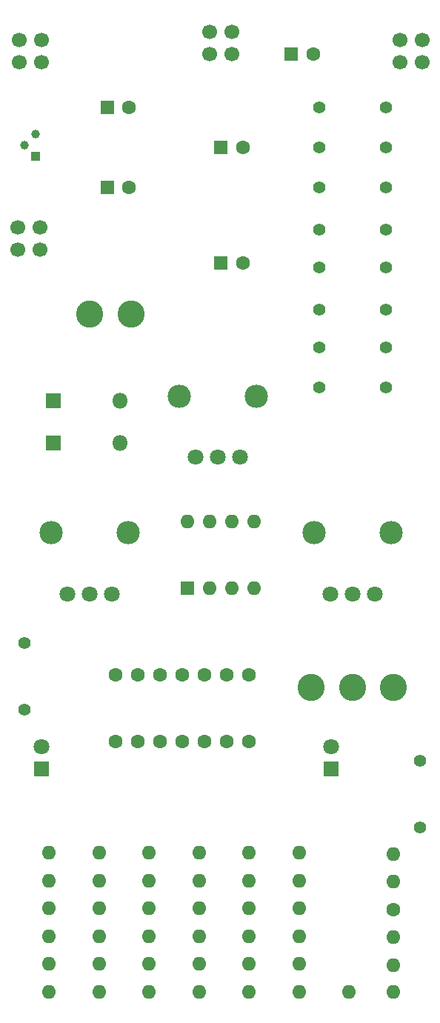
<source format=gbr>
G04 #@! TF.GenerationSoftware,KiCad,Pcbnew,(5.0.0-rc2-dev-311-g1dd4af297)*
G04 #@! TF.CreationDate,2018-05-06T13:38:39-07:00*
G04 #@! TF.ProjectId,workshop_drum1.2,776F726B73686F705F6472756D312E32,rev?*
G04 #@! TF.SameCoordinates,Original*
G04 #@! TF.FileFunction,Soldermask,Bot*
G04 #@! TF.FilePolarity,Negative*
%FSLAX46Y46*%
G04 Gerber Fmt 4.6, Leading zero omitted, Abs format (unit mm)*
G04 Created by KiCad (PCBNEW (5.0.0-rc2-dev-311-g1dd4af297)) date 05/06/18 13:38:39*
%MOMM*%
%LPD*%
G01*
G04 APERTURE LIST*
%ADD10R,1.600000X1.600000*%
%ADD11C,1.600000*%
%ADD12C,3.100000*%
%ADD13C,1.700000*%
%ADD14O,1.600000X1.600000*%
%ADD15C,1.397000*%
%ADD16R,1.800000X1.800000*%
%ADD17C,1.800000*%
%ADD18O,1.800000X1.800000*%
%ADD19R,1.000000X1.000000*%
%ADD20C,1.000000*%
%ADD21C,2.667000*%
%ADD22C,1.803400*%
G04 APERTURE END LIST*
D10*
X155956000Y-42672000D03*
D11*
X158456000Y-42672000D03*
D12*
X167636000Y-115062000D03*
X162936000Y-115062000D03*
X158236000Y-115062000D03*
X132936000Y-72400000D03*
X137636000Y-72400000D03*
D13*
X149206000Y-40130000D03*
X146666000Y-40130000D03*
X146666000Y-42670000D03*
X149206000Y-42670000D03*
X127254000Y-65024000D03*
X127254000Y-62484000D03*
X124714000Y-62484000D03*
X124714000Y-65024000D03*
D11*
X148590000Y-121285000D03*
X148590000Y-113665000D03*
D14*
X167640000Y-149860000D03*
X128270000Y-149860000D03*
X133985000Y-149860000D03*
X139700000Y-149860000D03*
X145415000Y-149860000D03*
X151130000Y-149860000D03*
X133985000Y-143510000D03*
X133985000Y-133985000D03*
X133985000Y-140335000D03*
X133985000Y-146685000D03*
X133985000Y-137160000D03*
X128270000Y-133985000D03*
X128270000Y-146685000D03*
X128270000Y-143510000D03*
X128270000Y-140335000D03*
X128270000Y-137160000D03*
X145415000Y-143510000D03*
X145415000Y-133985000D03*
X139700000Y-137160000D03*
X145415000Y-146685000D03*
X139700000Y-133985000D03*
X145415000Y-137160000D03*
X139700000Y-146685000D03*
X139700000Y-143510000D03*
X145415000Y-140335000D03*
X139700000Y-140335000D03*
X151130000Y-146685000D03*
X151130000Y-133985000D03*
X151130000Y-143510000D03*
X151130000Y-140335000D03*
X156845000Y-143510000D03*
X156845000Y-146685000D03*
X156845000Y-137160000D03*
X156845000Y-133985000D03*
X156845000Y-140335000D03*
X151130000Y-137160000D03*
X162560000Y-149860000D03*
X156845000Y-149860000D03*
D11*
X135890000Y-121285000D03*
X138430000Y-121285000D03*
X140970000Y-121285000D03*
X143510000Y-121285000D03*
X146050000Y-121285000D03*
X151130000Y-121285000D03*
X135890000Y-113665000D03*
X138430000Y-113665000D03*
X140970000Y-113665000D03*
X143510000Y-113665000D03*
X146050000Y-113665000D03*
X151130000Y-113665000D03*
D13*
X127436000Y-43670000D03*
X127436000Y-41130000D03*
X124896000Y-41130000D03*
X124896000Y-43670000D03*
X170942000Y-43670000D03*
X170942000Y-41130000D03*
X168402000Y-41130000D03*
X168402000Y-43670000D03*
D15*
X159126000Y-71882000D03*
X166746000Y-71882000D03*
D10*
X144126000Y-103710000D03*
D14*
X151746000Y-96090000D03*
X146666000Y-103710000D03*
X149206000Y-96090000D03*
X149206000Y-103710000D03*
X146666000Y-96090000D03*
X151746000Y-103710000D03*
X144126000Y-96090000D03*
X167640000Y-134112000D03*
X167640000Y-143637000D03*
X167640000Y-137287000D03*
D11*
X167640000Y-140462000D03*
D14*
X167640000Y-146812000D03*
D16*
X127436000Y-124400000D03*
D17*
X127436000Y-121860000D03*
X160528000Y-121860000D03*
D16*
X160528000Y-124400000D03*
D11*
X137436000Y-57912000D03*
D10*
X134936000Y-57912000D03*
X147936000Y-53340000D03*
D11*
X150436000Y-53340000D03*
X137436000Y-48768000D03*
D10*
X134936000Y-48768000D03*
X147936000Y-66548000D03*
D11*
X150436000Y-66548000D03*
D18*
X136398000Y-87122000D03*
D16*
X128778000Y-87122000D03*
X128778000Y-82296000D03*
D18*
X136398000Y-82296000D03*
D15*
X170688000Y-123444000D03*
X170688000Y-131064000D03*
X159126000Y-48768000D03*
X166746000Y-48768000D03*
X166746000Y-67056000D03*
X159126000Y-67056000D03*
X166746000Y-62738000D03*
X159126000Y-62738000D03*
X166746000Y-80772000D03*
X159126000Y-80772000D03*
X125476000Y-117602000D03*
X125476000Y-109982000D03*
X159126000Y-76250000D03*
X166746000Y-76250000D03*
X166746000Y-53340000D03*
X159126000Y-53340000D03*
X159126000Y-57912000D03*
X166746000Y-57912000D03*
D19*
X126746000Y-54356000D03*
D20*
X126746000Y-51816000D03*
X125476000Y-53086000D03*
D21*
X167330363Y-97401843D03*
X158541963Y-97401843D03*
D22*
X160396163Y-104412243D03*
X162936163Y-104412243D03*
X165476163Y-104412243D03*
X135476163Y-104412243D03*
X132936163Y-104412243D03*
X130396163Y-104412243D03*
D21*
X128541963Y-97401843D03*
X137330363Y-97401843D03*
X151968363Y-81789843D03*
X143179963Y-81789843D03*
D22*
X145034163Y-88800243D03*
X147574163Y-88800243D03*
X150114163Y-88800243D03*
M02*

</source>
